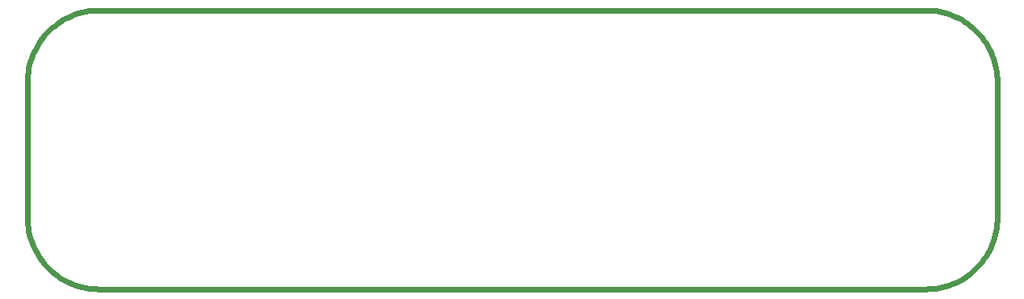
<source format=gko>
G75*
G70*
%OFA0B0*%
%FSLAX24Y24*%
%IPPOS*%
%LPD*%
%AMOC8*
5,1,8,0,0,1.08239X$1,22.5*
%
%ADD10C,0.0240*%
D10*
X003173Y000550D02*
X037267Y000550D01*
X037408Y000553D01*
X037548Y000563D01*
X037687Y000580D01*
X037826Y000603D01*
X037963Y000633D01*
X038099Y000670D01*
X038233Y000712D01*
X038365Y000762D01*
X038494Y000817D01*
X038620Y000878D01*
X038744Y000946D01*
X038864Y001019D01*
X038980Y001098D01*
X039092Y001182D01*
X039201Y001271D01*
X039305Y001366D01*
X039404Y001465D01*
X039499Y001569D01*
X039588Y001678D01*
X039672Y001790D01*
X039751Y001906D01*
X039824Y002027D01*
X039892Y002150D01*
X039953Y002276D01*
X040008Y002405D01*
X040058Y002537D01*
X040100Y002671D01*
X040137Y002807D01*
X040167Y002944D01*
X040190Y003083D01*
X040207Y003222D01*
X040217Y003362D01*
X040220Y003503D01*
X040220Y009097D01*
X040217Y009238D01*
X040207Y009378D01*
X040190Y009517D01*
X040167Y009656D01*
X040137Y009793D01*
X040100Y009929D01*
X040058Y010063D01*
X040008Y010195D01*
X039953Y010324D01*
X039892Y010450D01*
X039824Y010574D01*
X039751Y010694D01*
X039672Y010810D01*
X039588Y010922D01*
X039499Y011031D01*
X039404Y011135D01*
X039305Y011234D01*
X039201Y011329D01*
X039092Y011418D01*
X038980Y011502D01*
X038864Y011581D01*
X038744Y011654D01*
X038620Y011722D01*
X038494Y011783D01*
X038365Y011838D01*
X038233Y011888D01*
X038099Y011930D01*
X037963Y011967D01*
X037826Y011997D01*
X037687Y012020D01*
X037548Y012037D01*
X037408Y012047D01*
X037267Y012050D01*
X003173Y012050D01*
X003032Y012047D01*
X002892Y012037D01*
X002753Y012020D01*
X002614Y011997D01*
X002477Y011967D01*
X002341Y011930D01*
X002207Y011888D01*
X002075Y011838D01*
X001946Y011783D01*
X001820Y011722D01*
X001696Y011654D01*
X001576Y011581D01*
X001460Y011502D01*
X001348Y011418D01*
X001239Y011329D01*
X001135Y011234D01*
X001036Y011135D01*
X000941Y011031D01*
X000852Y010922D01*
X000768Y010810D01*
X000689Y010694D01*
X000616Y010574D01*
X000548Y010450D01*
X000487Y010324D01*
X000432Y010195D01*
X000382Y010063D01*
X000340Y009929D01*
X000303Y009793D01*
X000273Y009656D01*
X000250Y009517D01*
X000233Y009378D01*
X000223Y009238D01*
X000220Y009097D01*
X000220Y003503D01*
X000223Y003362D01*
X000233Y003222D01*
X000250Y003083D01*
X000273Y002944D01*
X000303Y002807D01*
X000340Y002671D01*
X000382Y002537D01*
X000432Y002405D01*
X000487Y002276D01*
X000548Y002150D01*
X000616Y002027D01*
X000689Y001906D01*
X000768Y001790D01*
X000852Y001678D01*
X000941Y001569D01*
X001036Y001465D01*
X001135Y001366D01*
X001239Y001271D01*
X001348Y001182D01*
X001460Y001098D01*
X001576Y001019D01*
X001696Y000946D01*
X001820Y000878D01*
X001946Y000817D01*
X002075Y000762D01*
X002207Y000712D01*
X002341Y000670D01*
X002477Y000633D01*
X002614Y000603D01*
X002753Y000580D01*
X002892Y000563D01*
X003032Y000553D01*
X003173Y000550D01*
M02*

</source>
